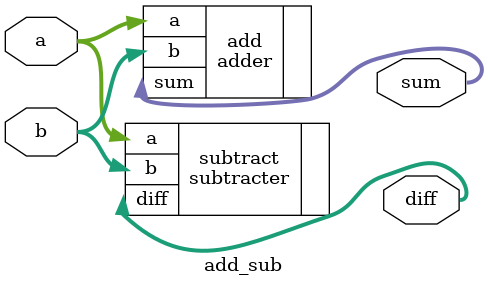
<source format=v>
`timescale 1ns / 1ps
module add_sub(
    input[3:0] a,
    input[3:0] b,
    output[3:0] sum,
    output[3:0] diff
    );
   
	adder add(.a(a), .b(b), .sum(sum));
	subtracter subtract(.a(a), .b(b), .diff(diff));
	

endmodule

</source>
